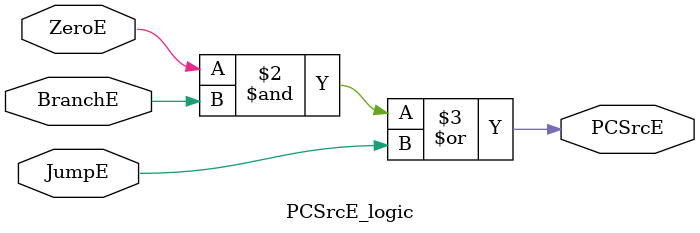
<source format=sv>
`timescale 1ns / 1ps


module PCSrcE_logic(
    input           JumpE,
    input           BranchE,
    input           ZeroE,
    output logic    PCSrcE
    );
    
    always_comb begin
        PCSrcE <= (ZeroE & BranchE) | JumpE;
    end
    
endmodule

</source>
